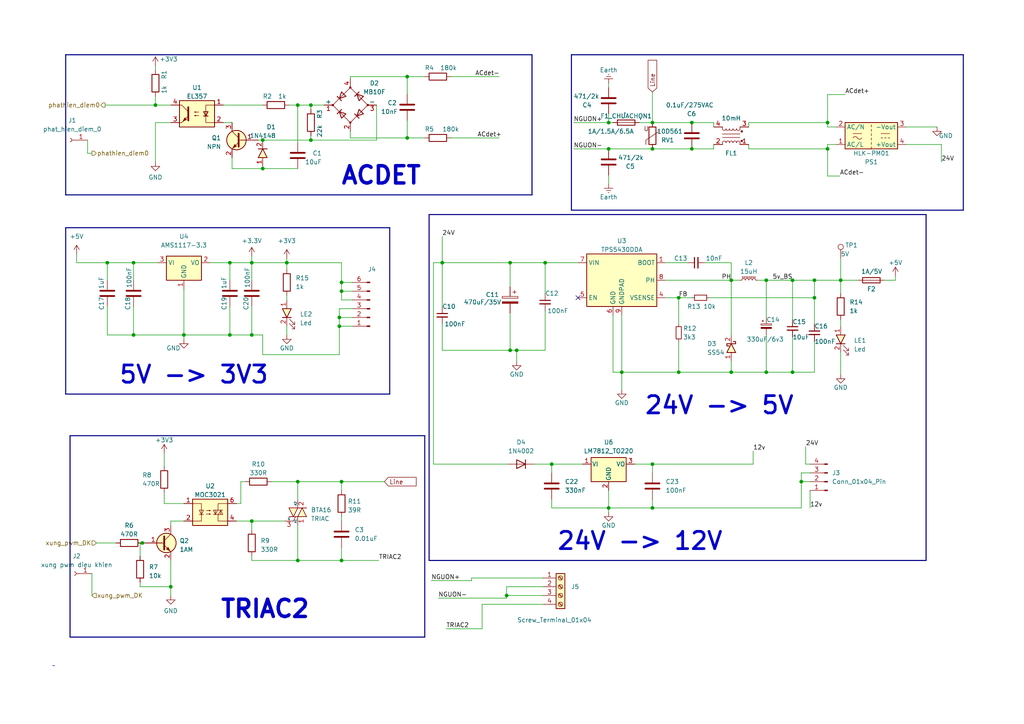
<source format=kicad_sch>
(kicad_sch (version 20230121) (generator eeschema)
  (paper "A4")
  (title_block (title "Các sơ đồ mạch hạ nguồn và Triac") (date "2024-06-25") (company "THIẾT KẾ, CHẾ TẠO BOARD MẠCH GIÁM SÁT NHIỆT ĐỘ VÀ ĐỘ ẨM CHO BUỒNG NHIỆT"))
  (lib_symbols
    (symbol "Connector:Conn_01x01_Socket" (pin_names (offset 1.016) hide)
      (property "Reference" "J" (at 0 2.54 0))
      (property "Value" "Conn_01x01_Socket" (at 0 -2.54 0))
      (symbol "Conn_01x01_Socket_1_1"
        (pin passive line (at -5.08 0 0) (length 3.81) (name "Pin_1") (number "1"))
      )
    )
    (symbol "Connector:Conn_01x04_Pin" (pin_names (offset 1.016) hide)
      (property "Reference" "J" (at 0 5.08 0))
      (property "Value" "Conn_01x04_Pin" (at 0 -7.62 0))
      (symbol "Conn_01x04_Pin_1_1"
        (pin passive line (at 5.08 2.54 180) (length 3.81) (name "Pin_1") (number "1"))
        (pin passive line (at 5.08 0 180) (length 3.81) (name "Pin_2") (number "2"))
        (pin passive line (at 5.08 -2.54 180) (length 3.81) (name "Pin_3") (number "3"))
        (pin passive line (at 5.08 -5.08 180) (length 3.81) (name "Pin_4") (number "4"))
      )
    )
    (symbol "Connector:Conn_01x06_Pin" (pin_names (offset 1.016) hide)
      (property "Reference" "J" (at 0 7.62 0))
      (property "Value" "Conn_01x06_Pin" (at 0 -10.16 0))
      (symbol "Conn_01x06_Pin_1_1"
        (pin passive line (at 5.08 5.08 180) (length 3.81) (name "Pin_1") (number "1"))
        (pin passive line (at 5.08 2.54 180) (length 3.81) (name "Pin_2") (number "2"))
        (pin passive line (at 5.08 0 180) (length 3.81) (name "Pin_3") (number "3"))
        (pin passive line (at 5.08 -2.54 180) (length 3.81) (name "Pin_4") (number "4"))
        (pin passive line (at 5.08 -5.08 180) (length 3.81) (name "Pin_5") (number "5"))
        (pin passive line (at 5.08 -7.62 180) (length 3.81) (name "Pin_6") (number "6"))
      )
    )
    (symbol "Connector:Screw_Terminal_01x04" (pin_names (offset 1.016) hide)
      (property "Reference" "J" (at 0 5.08 0))
      (property "Value" "Screw_Terminal_01x04" (at 0 -7.62 0))
      (symbol "Screw_Terminal_01x04_1_1"
        (pin passive line (at -5.08 2.54 0) (length 3.81) (name "Pin_1") (number "1"))
        (pin passive line (at -5.08 0 0) (length 3.81) (name "Pin_2") (number "2"))
        (pin passive line (at -5.08 -2.54 0) (length 3.81) (name "Pin_3") (number "3"))
        (pin passive line (at -5.08 -5.08 0) (length 3.81) (name "Pin_4") (number "4"))
      )
    )
    (symbol "Connector:TestPoint" (pin_numbers hide) (pin_names (offset 0.762) hide)
      (property "Reference" "TP" (at 0 6.858 0))
      (property "Value" "TestPoint" (at 0 5.08 0))
      (symbol "TestPoint_1_1"
        (pin passive line (at 0 0 90) (length 2.54) (name "1") (number "1"))
      )
    )
    (symbol "Converter_ACDC:HLK-PM01"
      (property "Reference" "PS" (at 0 5.08 0))
      (property "Value" "HLK-PM01" (at 0 -5.08 0))
      (symbol "HLK-PM01_1_1"
        (pin power_in line (at -10.16 2.54 0) (length 2.54) (name "AC/L") (number "1"))
        (pin power_in line (at -10.16 -2.54 0) (length 2.54) (name "AC/N") (number "2"))
        (pin power_out line (at 10.16 -2.54 180) (length 2.54) (name "-Vout") (number "3"))
        (pin power_out line (at 10.16 2.54 180) (length 2.54) (name "+Vout") (number "4"))
      )
    )
    (symbol "Device:C" (pin_numbers hide) (pin_names (offset 0.254))
      (property "Reference" "C" (at 0.635 2.54 0))
      (property "Value" "C" (at 0.635 -2.54 0))
      (symbol "C_1_1"
        (pin passive line (at 0 3.81 270) (length 2.794) (name "~") (number "1"))
        (pin passive line (at 0 -3.81 90) (length 2.794) (name "~") (number "2"))
      )
    )
    (symbol "Device:C_Polarized" (pin_numbers hide) (pin_names (offset 0.254))
      (property "Reference" "C" (at 0.635 2.54 0))
      (property "Value" "C_Polarized" (at 0.635 -2.54 0))
      (symbol "C_Polarized_1_1"
        (pin passive line (at 0 3.81 270) (length 2.794) (name "~") (number "1"))
        (pin passive line (at 0 -3.81 90) (length 2.794) (name "~") (number "2"))
      )
    )
    (symbol "Device:C_Polarized_Small" (pin_numbers hide) (pin_names (offset 0.254) hide)
      (property "Reference" "C" (at 0.254 1.778 0))
      (property "Value" "C_Polarized_Small" (at 0.254 -2.032 0))
      (symbol "C_Polarized_Small_1_1"
        (pin passive line (at 0 2.54 270) (length 1.8542) (name "~") (number "1"))
        (pin passive line (at 0 -2.54 90) (length 1.8542) (name "~") (number "2"))
      )
    )
    (symbol "Device:C_Small" (pin_numbers hide) (pin_names (offset 0.254) hide)
      (property "Reference" "C" (at 0.254 1.778 0))
      (property "Value" "C_Small" (at 0.254 -2.032 0))
      (symbol "C_Small_1_1"
        (pin passive line (at 0 2.54 270) (length 2.032) (name "~") (number "1"))
        (pin passive line (at 0 -2.54 90) (length 2.032) (name "~") (number "2"))
      )
    )
    (symbol "Device:D_Bridge_+A-A" (pin_names (offset 0))
      (property "Reference" "D" (at 2.54 6.985 0))
      (property "Value" "D_Bridge_+A-A" (at 2.54 5.08 0))
      (symbol "D_Bridge_+A-A_1_1"
        (pin passive line (at 7.62 0 180) (length 2.54) (name "+") (number "1"))
        (pin passive line (at 0 -7.62 90) (length 2.54) (name "~") (number "2"))
        (pin passive line (at -7.62 0 0) (length 2.54) (name "-") (number "3"))
        (pin passive line (at 0 7.62 270) (length 2.54) (name "~") (number "4"))
      )
    )
    (symbol "Device:Fuse" (pin_numbers hide) (pin_names (offset 0))
      (property "Reference" "F" (at 2.032 0 90))
      (property "Value" "Fuse" (at -1.905 0 90))
      (symbol "Fuse_1_1"
        (pin passive line (at 0 3.81 270) (length 1.27) (name "~") (number "1"))
        (pin passive line (at 0 -3.81 90) (length 1.27) (name "~") (number "2"))
      )
    )
    (symbol "Device:L_Ferrite_Small" (pin_numbers hide) (pin_names (offset 0.254) hide)
      (property "Reference" "L" (at 1.27 1.016 0))
      (property "Value" "L_Ferrite_Small" (at 1.27 -1.27 0))
      (symbol "L_Ferrite_Small_1_1"
        (pin passive line (at 0 2.54 270) (length 0.508) (name "~") (number "1"))
        (pin passive line (at 0 -2.54 90) (length 0.508) (name "~") (number "2"))
      )
    )
    (symbol "Device:R" (pin_numbers hide) (pin_names (offset 0))
      (property "Reference" "R" (at 2.032 0 90))
      (property "Value" "R" (at 0 0 90))
      (symbol "R_1_1"
        (pin passive line (at 0 3.81 270) (length 1.27) (name "~") (number "1"))
        (pin passive line (at 0 -3.81 90) (length 1.27) (name "~") (number "2"))
      )
    )
    (symbol "Device:R_Small" (pin_numbers hide) (pin_names (offset 0.254) hide)
      (property "Reference" "R" (at 0.762 0.508 0))
      (property "Value" "R_Small" (at 0.762 -1.016 0))
      (symbol "R_Small_1_1"
        (pin passive line (at 0 2.54 270) (length 0.762) (name "~") (number "1"))
        (pin passive line (at 0 -2.54 90) (length 0.762) (name "~") (number "2"))
      )
    )
    (symbol "Diode:1N4002" (pin_numbers hide) (pin_names hide)
      (property "Reference" "D" (at 0 2.54 0))
      (property "Value" "1N4002" (at 0 -2.54 0))
      (symbol "1N4002_1_1"
        (pin passive line (at -3.81 0 0) (length 2.54) (name "K") (number "1"))
        (pin passive line (at 3.81 0 180) (length 2.54) (name "A") (number "2"))
      )
    )
    (symbol "IVS_SYMBOLS:D_Diode"
      (property "Reference" "D" (at 0 2.54 0))
      (property "Value" "D_Diode" (at 0 -2.54 0))
      (symbol "D_Diode_1_1"
        (pin passive line (at 5.08 0 180) (length 2.54) (name "") (number "1"))
        (pin passive line (at -2.54 0 0) (length 2.54) (name "") (number "2"))
      )
    )
    (symbol "IVS_SYMBOLS:D_Schottky"
      (property "Reference" "D" (at -2.54 2.54 0))
      (property "Value" "D_Schottky" (at 0 -2.54 0))
      (symbol "D_Schottky_1_1"
        (pin passive line (at 5.08 0 180) (length 2.54) (name "") (number "1"))
        (pin passive line (at -2.54 0 0) (length 2.54) (name "") (number "2"))
      )
    )
    (symbol "IVS_SYMBOLS:Filter_EMI_LL" (pin_names (offset 0.254) hide)
      (property "Reference" "FL" (at 0 4.445 0))
      (property "Value" "Filter_EMI_LL" (at 0 -4.445 0))
      (symbol "Filter_EMI_LL_1_1"
        (pin passive line (at -5.08 2.54 0) (length 2.54) (name "1") (number "1"))
        (pin passive line (at 5.08 2.54 180) (length 2.54) (name "2") (number "2"))
        (pin passive line (at -5.08 -2.54 0) (length 2.54) (name "3") (number "3"))
        (pin passive line (at 5.08 -2.54 180) (length 2.54) (name "4") (number "4"))
      )
    )
    (symbol "IVS_SYMBOLS:Fuse" (pin_numbers hide) (pin_names (offset 0))
      (property "Reference" "F" (at 2.032 0 90))
      (property "Value" "Fuse" (at -1.905 0 90))
      (symbol "Fuse_1_1"
        (pin passive line (at 0 3.81 270) (length 1.27) (name "~") (number "1"))
        (pin passive line (at 0 -3.81 90) (length 1.27) (name "~") (number "2"))
      )
    )
    (symbol "IVS_SYMBOLS:Led"
      (property "Reference" "LE" (at 0.508 -2.794 0))
      (property "Value" "Led" (at -0.254 2.794 0))
      (symbol "Led_1_1"
        (pin passive line (at 5.08 0 180) (length 2.54) (name "") (number "1"))
        (pin passive line (at -2.54 0 0) (length 2.54) (name "") (number "2"))
      )
    )
    (symbol "IVS_SYMBOLS:NPN" (pin_names (offset 0) hide)
      (property "Reference" "Q" (at 5.08 1.905 0))
      (property "Value" "NPN" (at 5.08 0 0))
      (symbol "NPN_1_1"
        (pin input line (at -5.08 0 0) (length 5.08) (name "B") (number "1"))
        (pin passive line (at 2.54 -5.08 90) (length 2.54) (name "E") (number "2"))
        (pin passive line (at 2.54 5.08 270) (length 2.54) (name "C") (number "3"))
      )
    )
    (symbol "IVS_SYMBOLS:Triac" (pin_names (offset 0))
      (property "Reference" "D" (at 3.175 0.635 0))
      (property "Value" "TRIAC" (at 3.175 -1.27 0))
      (symbol "Triac_1_1"
        (pin passive line (at 0 -3.81 90) (length 2.54) (name "A1") (number "1"))
        (pin passive line (at 0 3.81 270) (length 2.54) (name "A2") (number "2"))
        (pin input line (at -3.81 -2.54 0) (length 2.54) (name "G") (number "3"))
      )
    )
    (symbol "IVS_SYMBOLS:Varistor" (pin_numbers hide) (pin_names (offset 0))
      (property "Reference" "RV" (at 3.175 0 90))
      (property "Value" "Varistor" (at -3.175 0 90))
      (symbol "Varistor_0_0"
        (text "U" (at -1.778 -2.032 0) (effects (font (size 1.27 1.27))))
      )
      (symbol "Varistor_1_1"
        (pin passive line (at 0 3.81 270) (length 1.27) (name "~") (number "1"))
        (pin passive line (at 0 -3.81 90) (length 1.27) (name "~") (number "2"))
      )
    )
    (symbol "Isolator:EL817" (pin_names (offset 1.016))
      (property "Reference" "U" (at -5.08 5.08 0))
      (property "Value" "EL817" (at 0 5.08 0))
      (symbol "EL817_1_1"
        (pin passive line (at -7.62 2.54 0) (length 2.54) (name "~") (number "1"))
        (pin passive line (at -7.62 -2.54 0) (length 2.54) (name "~") (number "2"))
        (pin passive line (at 7.62 -2.54 180) (length 2.54) (name "~") (number "3"))
        (pin passive line (at 7.62 2.54 180) (length 2.54) (name "~") (number "4"))
      )
    )
    (symbol "Regulator_Linear:AMS1117-3.3"
      (property "Reference" "U" (at -3.81 3.175 0))
      (property "Value" "AMS1117-3.3" (at 0 3.175 0))
      (symbol "AMS1117-3.3_1_1"
        (pin power_in line (at 0 -7.62 90) (length 2.54) (name "GND") (number "1"))
        (pin power_out line (at 7.62 0 180) (length 2.54) (name "VO") (number "2"))
        (pin power_in line (at -7.62 0 0) (length 2.54) (name "VI") (number "3"))
      )
    )
    (symbol "Regulator_Linear:LM7812_TO220" (pin_names (offset 0.254))
      (property "Reference" "U" (at -3.81 3.175 0))
      (property "Value" "LM7812_TO220" (at 0 3.175 0))
      (symbol "LM7812_TO220_1_1"
        (pin power_in line (at -7.62 0 0) (length 2.54) (name "VI") (number "1"))
        (pin power_in line (at 0 -7.62 90) (length 2.54) (name "GND") (number "2"))
        (pin power_out line (at 7.62 0 180) (length 2.54) (name "VO") (number "3"))
      )
    )
    (symbol "Regulator_Switching:TPS5430DDA"
      (property "Reference" "U" (at -10.16 8.89 0))
      (property "Value" "TPS5430DDA" (at -1.27 8.89 0))
      (symbol "TPS5430DDA_1_1"
        (pin input line (at 12.7 5.08 180) (length 2.54) (name "BOOT") (number "1"))
        (pin no_connect line (at -10.16 2.54 0) (length 2.54) hide (name "NC") (number "2"))
        (pin no_connect line (at -10.16 -2.54 0) (length 2.54) hide (name "NC") (number "3"))
        (pin input line (at 12.7 -5.08 180) (length 2.54) (name "VSENSE") (number "4"))
        (pin input line (at -12.7 -5.08 0) (length 2.54) (name "EN") (number "5"))
        (pin power_in line (at -2.54 -10.16 90) (length 2.54) (name "GND") (number "6"))
        (pin power_in line (at -12.7 5.08 0) (length 2.54) (name "VIN") (number "7"))
        (pin output line (at 12.7 0 180) (length 2.54) (name "PH") (number "8"))
        (pin power_in line (at 0 -10.16 90) (length 2.54) (name "GNDPAD") (number "9"))
      )
    )
    (symbol "Relay_SolidState:MOC3020M"
      (property "Reference" "U" (at -5.334 4.826 0))
      (property "Value" "MOC3020M" (at 0 5.08 0))
      (symbol "MOC3020M_1_1"
        (pin passive line (at -7.62 2.54 0) (length 2.54) (name "~") (number "1"))
        (pin passive line (at -7.62 -2.54 0) (length 2.54) (name "~") (number "2"))
        (pin no_connect line (at -5.08 0 0) (length 2.54) hide (name "NC") (number "3"))
        (pin passive line (at 7.62 -2.54 180) (length 2.54) (name "~") (number "4"))
        (pin no_connect line (at 5.08 0 180) (length 2.54) hide (name "NC") (number "5"))
        (pin passive line (at 7.62 2.54 180) (length 2.54) (name "~") (number "6"))
      )
    )
    (symbol "power:+3.3V" (power) (pin_names (offset 0))
      (property "Value" "+3.3V" (at 0 3.556 0))
      (symbol "+3.3V_1_1"
        (pin power_in line (at 0 0 90) (length 0) hide (name "+3.3V") (number "1"))
      )
    )
    (symbol "power:+3V3" (power) (pin_names (offset 0))
      (property "Value" "+3V3" (at 0 3.556 0))
      (symbol "+3V3_1_1"
        (pin power_in line (at 0 0 90) (length 0) hide (name "+3V3") (number "1"))
      )
    )
    (symbol "power:+5V" (power) (pin_names (offset 0))
      (property "Value" "+5V" (at 0 3.556 0))
      (symbol "+5V_1_1"
        (pin power_in line (at 0 0 90) (length 0) hide (name "+5V") (number "1"))
      )
    )
    (symbol "power:Earth" (power) (pin_names (offset 0))
      (symbol "Earth_1_1"
        (pin power_in line (at 0 0 270) (length 0) hide (name "Earth") (number "1"))
      )
    )
    (symbol "power:GND" (power) (pin_names (offset 0))
      (property "Value" "GND" (at 0 -3.81 0))
      (symbol "GND_1_1"
        (pin power_in line (at 0 0 270) (length 0) hide (name "GND") (number "1"))
      )
    )
  )
  (junction (at 196.85 107.95))
  (junction (at 236.22 86.36))
  (junction (at 147.955 76.2))
  (junction (at 66.675 97.155))
  (junction (at 38.735 97.155))
  (junction (at 176.53 35.56))
  (junction (at 73.025 97.155))
  (junction (at 41.275 157.48))
  (junction (at 73.025 76.2))
  (junction (at 212.09 107.95))
  (junction (at 240.03 43.18))
  (junction (at 99.06 84.455))
  (junction (at 189.23 43.18))
  (junction (at 189.23 35.56))
  (junction (at 90.17 30.48))
  (junction (at 189.23 147.32))
  (junction (at 146.939 172.72))
  (junction (at 83.185 76.2))
  (junction (at 232.41 139.7))
  (junction (at 86.36 162.56))
  (junction (at 53.34 97.155))
  (junction (at 99.06 81.915))
  (junction (at 99.06 162.56))
  (junction (at 118.11 40.005))
  (junction (at 196.85 86.36))
  (junction (at 176.53 43.18))
  (junction (at 222.25 107.95))
  (junction (at 76.2 40.64))
  (junction (at 98.425 92.075))
  (junction (at 31.115 76.2))
  (junction (at 98.425 94.615))
  (junction (at 45.085 30.48))
  (junction (at 73.025 151.13))
  (junction (at 147.955 101.6))
  (junction (at 243.84 81.28))
  (junction (at 180.34 107.95))
  (junction (at 66.675 76.2))
  (junction (at 118.11 22.225))
  (junction (at 189.23 134.62))
  (junction (at 90.17 40.64))
  (junction (at 99.06 139.7))
  (junction (at 240.03 35.56))
  (junction (at 222.25 81.28))
  (junction (at 236.22 81.28))
  (junction (at 149.86 101.6))
  (junction (at 76.2 48.895))
  (junction (at 229.87 107.95))
  (junction (at 200.66 43.18))
  (junction (at 158.115 76.2))
  (junction (at 229.87 81.28))
  (junction (at 86.36 30.48))
  (junction (at 128.27 76.2))
  (junction (at 200.66 35.56))
  (junction (at 49.53 170.18))
  (junction (at 38.735 76.2))
  (junction (at 86.36 139.7))
  (junction (at 160.02 134.62))
  (junction (at 212.09 81.28))
  (junction (at 176.53 147.32))
  (no_connect (at 167.64 86.36))
  (wire (pts (xy 189.23 147.32) (xy 232.41 147.32)))
  (wire (pts (xy 125.73 134.62) (xy 125.73 76.2)))
  (wire (pts (xy 76.2 97.155) (xy 73.025 97.155)))
  (wire (pts (xy 147.955 101.6) (xy 149.86 101.6)))
  (wire (pts (xy 207.01 41.91) (xy 207.01 43.18)))
  (wire (pts (xy 212.09 104.775) (xy 212.09 107.95)))
  (wire (pts (xy 176.53 142.24) (xy 176.53 147.32)))
  (wire (pts (xy 217.17 35.56) (xy 240.03 35.56)))
  (wire (pts (xy 217.17 43.18) (xy 240.03 43.18)))
  (wire (pts (xy 232.41 137.16) (xy 232.41 139.7)))
  (wire (pts (xy 127.127 173.482) (xy 146.939 173.482)))
  (wire (pts (xy 47.625 146.05) (xy 53.34 146.05)))
  (wire (pts (xy 68.58 151.13) (xy 73.025 151.13)))
  (wire (pts (xy 83.185 85.725) (xy 83.185 86.995)))
  (wire (pts (xy 160.02 147.32) (xy 160.02 144.78)))
  (wire (pts (xy 176.53 35.56) (xy 177.8 35.56)))
  (wire (pts (xy 49.53 151.13) (xy 49.53 152.4)))
  (wire (pts (xy 53.34 83.82) (xy 53.34 97.155)))
  (wire (pts (xy 128.27 76.2) (xy 128.27 88.9)))
  (bus (pts (xy 123.19 126.365) (xy 123.19 184.785)))
  (wire (pts (xy 160.02 134.62) (xy 160.02 137.16)))
  (wire (pts (xy 69.85 146.05) (xy 68.58 146.05)))
  (wire (pts (xy 118.11 34.925) (xy 118.11 40.005)))
  (wire (pts (xy 125.73 134.62) (xy 147.32 134.62)))
  (wire (pts (xy 196.85 99.06) (xy 196.85 107.95)))
  (wire (pts (xy 259.715 80.01) (xy 259.715 81.28)))
  (wire (pts (xy 98.425 89.535) (xy 98.425 92.075)))
  (wire (pts (xy 129.413 182.372) (xy 139.827 182.372)))
  (wire (pts (xy 101.6 22.225) (xy 101.6 22.86)))
  (wire (pts (xy 49.53 170.18) (xy 49.53 172.72)))
  (wire (pts (xy 176.53 147.32) (xy 160.02 147.32)))
  (wire (pts (xy 101.6 22.225) (xy 118.11 22.225)))
  (wire (pts (xy 243.84 81.28) (xy 243.84 85.09)))
  (wire (pts (xy 76.2 102.87) (xy 76.2 97.155)))
  (wire (pts (xy 31.115 76.2) (xy 31.115 81.28)))
  (wire (pts (xy 189.23 147.32) (xy 176.53 147.32)))
  (wire (pts (xy 256.54 81.28) (xy 259.715 81.28)))
  (wire (pts (xy 196.85 86.36) (xy 196.85 93.98)))
  (bus (pts (xy 19.05 66.04) (xy 19.05 114.3)))
  (wire (pts (xy 139.827 182.372) (xy 139.827 175.26)))
  (wire (pts (xy 189.23 134.62) (xy 218.44 134.62)))
  (wire (pts (xy 99.06 139.7) (xy 111.506 139.7)))
  (wire (pts (xy 149.86 101.6) (xy 149.86 104.775)))
  (wire (pts (xy 176.53 43.18) (xy 189.23 43.18)))
  (bus (pts (xy 154.305 15.875) (xy 19.05 15.875)))
  (wire (pts (xy 99.06 86.995) (xy 99.06 84.455)))
  (bus (pts (xy 154.305 56.515) (xy 154.305 15.875)))
  (wire (pts (xy 160.02 134.62) (xy 168.91 134.62)))
  (wire (pts (xy 26.67 166.37) (xy 26.67 172.72)))
  (wire (pts (xy 212.09 107.95) (xy 196.85 107.95)))
  (bus (pts (xy 123.19 184.785) (xy 20.32 184.785)))
  (bus (pts (xy 124.46 62.23) (xy 268.605 62.23)))
  (wire (pts (xy 180.34 91.44) (xy 180.34 107.95)))
  (wire (pts (xy 243.84 102.235) (xy 243.84 108.585)))
  (wire (pts (xy 154.94 134.62) (xy 160.02 134.62)))
  (wire (pts (xy 240.03 51.054) (xy 243.586 51.054)))
  (wire (pts (xy 40.64 170.18) (xy 49.53 170.18)))
  (wire (pts (xy 236.22 81.28) (xy 236.22 86.36)))
  (bus (pts (xy 19.05 56.515) (xy 154.305 56.515)))
  (bus (pts (xy 20.32 126.365) (xy 20.32 184.785)))
  (wire (pts (xy 86.36 162.56) (xy 99.06 162.56)))
  (wire (pts (xy 45.085 27.94) (xy 45.085 30.48)))
  (wire (pts (xy 234.95 142.24) (xy 234.95 147.32)))
  (wire (pts (xy 86.36 139.7) (xy 99.06 139.7)))
  (bus (pts (xy 113.03 114.3) (xy 113.03 66.04)))
  (wire (pts (xy 146.939 170.18) (xy 157.48 170.18)))
  (wire (pts (xy 30.48 30.48) (xy 45.085 30.48)))
  (bus (pts (xy 279.4 60.96) (xy 279.4 15.875)))
  (wire (pts (xy 222.25 107.95) (xy 212.09 107.95)))
  (wire (pts (xy 240.03 41.91) (xy 242.57 41.91)))
  (wire (pts (xy 102.235 86.995) (xy 99.06 86.995)))
  (wire (pts (xy 240.03 35.56) (xy 240.03 27.432)))
  (wire (pts (xy 47.625 142.875) (xy 47.625 146.05)))
  (wire (pts (xy 40.64 161.29) (xy 40.64 157.48)))
  (wire (pts (xy 189.23 144.78) (xy 189.23 147.32)))
  (wire (pts (xy 49.53 35.56) (xy 45.085 35.56)))
  (wire (pts (xy 78.74 139.7) (xy 86.36 139.7)))
  (wire (pts (xy 26.67 44.45) (xy 25.4 44.45)))
  (wire (pts (xy 73.025 74.295) (xy 73.025 76.2)))
  (wire (pts (xy 99.06 162.56) (xy 109.855 162.56)))
  (wire (pts (xy 177.8 91.44) (xy 177.8 107.95)))
  (wire (pts (xy 157.48 167.64) (xy 136.779 167.64)))
  (wire (pts (xy 176.53 33.02) (xy 176.53 35.56)))
  (wire (pts (xy 232.41 139.7) (xy 232.41 147.32)))
  (wire (pts (xy 158.115 76.2) (xy 167.64 76.2)))
  (wire (pts (xy 38.735 88.9) (xy 38.735 97.155)))
  (wire (pts (xy 83.185 74.93) (xy 83.185 76.2)))
  (wire (pts (xy 217.17 36.83) (xy 217.17 35.56)))
  (wire (pts (xy 86.36 48.895) (xy 76.2 48.895)))
  (wire (pts (xy 146.939 170.18) (xy 146.939 172.72)))
  (wire (pts (xy 101.6 38.1) (xy 101.6 40.005)))
  (wire (pts (xy 236.22 86.36) (xy 236.22 93.98)))
  (wire (pts (xy 200.66 35.56) (xy 207.01 35.56)))
  (wire (pts (xy 53.34 97.155) (xy 53.34 98.425)))
  (wire (pts (xy 90.17 30.48) (xy 90.17 31.75)))
  (wire (pts (xy 176.53 24.13) (xy 176.53 25.4)))
  (wire (pts (xy 212.09 76.2) (xy 204.47 76.2)))
  (wire (pts (xy 240.03 35.56) (xy 240.03 36.83)))
  (wire (pts (xy 73.025 76.2) (xy 73.025 81.28)))
  (wire (pts (xy 66.675 76.2) (xy 66.675 81.28)))
  (wire (pts (xy 180.34 107.95) (xy 180.34 113.03)))
  (wire (pts (xy 236.22 99.06) (xy 236.22 107.95)))
  (wire (pts (xy 38.735 97.155) (xy 53.34 97.155)))
  (wire (pts (xy 31.115 76.2) (xy 38.735 76.2)))
  (wire (pts (xy 86.36 30.48) (xy 83.82 30.48)))
  (wire (pts (xy 180.34 107.95) (xy 196.85 107.95)))
  (wire (pts (xy 177.8 107.95) (xy 180.34 107.95)))
  (wire (pts (xy 66.675 76.2) (xy 73.025 76.2)))
  (wire (pts (xy 99.06 149.86) (xy 99.06 151.13)))
  (wire (pts (xy 176.53 148.59) (xy 176.53 147.32)))
  (wire (pts (xy 93.98 30.48) (xy 90.17 30.48)))
  (bus (pts (xy 19.05 66.04) (xy 113.03 66.04)))
  (wire (pts (xy 99.06 139.7) (xy 99.06 142.24)))
  (wire (pts (xy 136.779 167.64) (xy 136.779 168.402)))
  (wire (pts (xy 189.23 26.67) (xy 189.23 35.56)))
  (wire (pts (xy 98.425 102.87) (xy 76.2 102.87)))
  (wire (pts (xy 99.06 81.915) (xy 99.06 76.2)))
  (wire (pts (xy 86.36 41.275) (xy 86.36 30.48)))
  (bus (pts (xy 19.05 15.875) (xy 19.05 56.515)))
  (wire (pts (xy 229.87 97.79) (xy 229.87 107.95)))
  (wire (pts (xy 25.4 44.45) (xy 25.4 40.64)))
  (bus (pts (xy 165.735 15.875) (xy 165.735 60.96)))
  (wire (pts (xy 222.25 81.28) (xy 229.87 81.28)))
  (wire (pts (xy 243.84 92.71) (xy 243.84 94.615)))
  (wire (pts (xy 45.085 35.56) (xy 45.085 46.99)))
  (wire (pts (xy 233.68 129.54) (xy 233.68 134.62)))
  (wire (pts (xy 118.11 27.305) (xy 118.11 22.225)))
  (wire (pts (xy 99.06 76.2) (xy 83.185 76.2)))
  (wire (pts (xy 90.17 39.37) (xy 90.17 40.64)))
  (wire (pts (xy 47.625 135.255) (xy 47.625 131.445)))
  (wire (pts (xy 27.94 157.48) (xy 33.655 157.48)))
  (wire (pts (xy 243.84 81.28) (xy 248.92 81.28)))
  (wire (pts (xy 218.44 130.81) (xy 218.44 134.62)))
  (wire (pts (xy 40.64 157.48) (xy 41.275 157.48)))
  (wire (pts (xy 45.085 30.48) (xy 49.53 30.48)))
  (wire (pts (xy 123.19 22.225) (xy 118.11 22.225)))
  (wire (pts (xy 184.15 134.62) (xy 189.23 134.62)))
  (bus (pts (xy 165.735 60.96) (xy 279.4 60.96)))
  (wire (pts (xy 222.25 97.155) (xy 222.25 107.95)))
  (wire (pts (xy 185.42 35.56) (xy 189.23 35.56)))
  (polyline (pts (xy 15.24 193.04) (xy 15.875 193.04)))
  (wire (pts (xy 66.675 88.9) (xy 66.675 97.155)))
  (wire (pts (xy 41.275 157.48) (xy 41.91 157.48)))
  (wire (pts (xy 22.225 76.2) (xy 31.115 76.2)))
  (wire (pts (xy 73.025 151.13) (xy 82.55 151.13)))
  (wire (pts (xy 128.27 76.2) (xy 147.955 76.2)))
  (wire (pts (xy 273.05 41.91) (xy 273.05 46.99)))
  (wire (pts (xy 102.235 81.915) (xy 99.06 81.915)))
  (wire (pts (xy 69.85 139.7) (xy 69.85 146.05)))
  (wire (pts (xy 128.27 68.58) (xy 128.27 76.2)))
  (wire (pts (xy 73.025 76.2) (xy 83.185 76.2)))
  (wire (pts (xy 243.84 74.93) (xy 243.84 81.28)))
  (wire (pts (xy 118.11 40.005) (xy 123.19 40.005)))
  (bus (pts (xy 20.32 126.365) (xy 123.19 126.365)))
  (wire (pts (xy 31.115 97.155) (xy 38.735 97.155)))
  (wire (pts (xy 98.425 94.615) (xy 98.425 102.87)))
  (wire (pts (xy 130.81 22.225) (xy 144.78 22.225)))
  (wire (pts (xy 67.31 48.895) (xy 76.2 48.895)))
  (wire (pts (xy 83.185 94.615) (xy 83.185 97.155)))
  (wire (pts (xy 76.2 48.895) (xy 76.2 48.26)))
  (wire (pts (xy 90.17 40.64) (xy 76.2 40.64)))
  (wire (pts (xy 193.04 81.28) (xy 212.09 81.28)))
  (wire (pts (xy 200.66 43.18) (xy 207.01 43.18)))
  (wire (pts (xy 147.955 76.2) (xy 158.115 76.2)))
  (wire (pts (xy 102.235 94.615) (xy 98.425 94.615)))
  (wire (pts (xy 98.425 92.075) (xy 98.425 94.615)))
  (wire (pts (xy 130.81 40.005) (xy 144.78 40.005)))
  (wire (pts (xy 193.04 86.36) (xy 196.85 86.36)))
  (wire (pts (xy 90.17 30.48) (xy 86.36 30.48)))
  (wire (pts (xy 73.025 88.9) (xy 73.025 97.155)))
  (wire (pts (xy 73.025 162.56) (xy 86.36 162.56)))
  (wire (pts (xy 207.01 35.56) (xy 207.01 36.83)))
  (wire (pts (xy 240.03 43.18) (xy 240.03 51.054)))
  (wire (pts (xy 212.09 81.28) (xy 212.09 97.155)))
  (wire (pts (xy 240.03 36.83) (xy 242.57 36.83)))
  (wire (pts (xy 229.87 81.28) (xy 229.87 92.71)))
  (wire (pts (xy 158.115 76.2) (xy 158.115 85.09)))
  (wire (pts (xy 166.37 43.18) (xy 176.53 43.18)))
  (wire (pts (xy 176.53 50.8) (xy 176.53 53.34)))
  (wire (pts (xy 214.63 81.28) (xy 212.09 81.28)))
  (wire (pts (xy 31.115 88.9) (xy 31.115 97.155)))
  (wire (pts (xy 102.235 89.535) (xy 98.425 89.535)))
  (wire (pts (xy 76.2 30.48) (xy 64.77 30.48)))
  (wire (pts (xy 128.27 93.98) (xy 128.27 101.6)))
  (wire (pts (xy 83.185 78.105) (xy 83.185 76.2)))
  (wire (pts (xy 229.87 81.28) (xy 236.22 81.28)))
  (wire (pts (xy 49.53 162.56) (xy 49.53 170.18)))
  (wire (pts (xy 193.04 76.2) (xy 199.39 76.2)))
  (wire (pts (xy 60.96 76.2) (xy 66.675 76.2)))
  (wire (pts (xy 53.34 151.13) (xy 49.53 151.13)))
  (wire (pts (xy 73.025 151.13) (xy 73.025 153.67)))
  (wire (pts (xy 222.25 81.28) (xy 222.25 92.075)))
  (wire (pts (xy 109.22 30.48) (xy 109.22 40.64)))
  (wire (pts (xy 76.2 40.64) (xy 74.93 40.64)))
  (bus (pts (xy 165.735 15.875) (xy 279.4 15.875)))
  (wire (pts (xy 166.37 35.56) (xy 176.53 35.56)))
  (wire (pts (xy 240.03 27.432) (xy 245.11 27.432)))
  (wire (pts (xy 189.23 43.18) (xy 200.66 43.18)))
  (wire (pts (xy 125.73 76.2) (xy 128.27 76.2)))
  (wire (pts (xy 40.64 168.91) (xy 40.64 170.18)))
  (wire (pts (xy 240.03 43.18) (xy 240.03 41.91)))
  (wire (pts (xy 66.675 97.155) (xy 53.34 97.155)))
  (wire (pts (xy 101.6 40.005) (xy 118.11 40.005)))
  (wire (pts (xy 86.36 139.7) (xy 86.36 144.78)))
  (wire (pts (xy 125.095 168.402) (xy 136.779 168.402)))
  (wire (pts (xy 73.025 161.29) (xy 73.025 162.56)))
  (bus (pts (xy 124.46 162.56) (xy 268.605 162.56)))
  (wire (pts (xy 102.235 84.455) (xy 99.06 84.455)))
  (wire (pts (xy 69.85 139.7) (xy 71.12 139.7)))
  (wire (pts (xy 67.31 45.72) (xy 67.31 48.895)))
  (wire (pts (xy 149.86 101.6) (xy 158.115 101.6)))
  (wire (pts (xy 233.68 134.62) (xy 234.95 134.62)))
  (wire (pts (xy 99.06 84.455) (xy 99.06 81.915)))
  (bus (pts (xy 124.46 62.23) (xy 124.46 162.56)))
  (wire (pts (xy 64.77 35.56) (xy 67.31 35.56)))
  (wire (pts (xy 147.955 90.805) (xy 147.955 101.6)))
  (wire (pts (xy 262.89 41.91) (xy 273.05 41.91)))
  (wire (pts (xy 22.225 73.66) (xy 22.225 76.2)))
  (wire (pts (xy 196.85 86.36) (xy 200.66 86.36)))
  (wire (pts (xy 262.89 36.83) (xy 271.78 36.83)))
  (wire (pts (xy 102.235 92.075) (xy 98.425 92.075)))
  (wire (pts (xy 189.23 134.62) (xy 189.23 137.16)))
  (wire (pts (xy 73.025 97.155) (xy 66.675 97.155)))
  (wire (pts (xy 146.939 173.482) (xy 146.939 172.72)))
  (bus (pts (xy 268.605 62.23) (xy 268.605 162.56)))
  (wire (pts (xy 86.36 152.4) (xy 86.36 162.56)))
  (bus (pts (xy 19.05 114.3) (xy 113.03 114.3)))
  (wire (pts (xy 205.74 86.36) (xy 236.22 86.36)))
  (wire (pts (xy 99.06 158.75) (xy 99.06 162.56)))
  (wire (pts (xy 146.939 172.72) (xy 157.48 172.72)))
  (wire (pts (xy 139.827 175.26) (xy 157.48 175.26)))
  (wire (pts (xy 232.41 137.16) (xy 234.95 137.16)))
  (wire (pts (xy 229.87 107.95) (xy 236.22 107.95)))
  (wire (pts (xy 232.41 139.7) (xy 234.95 139.7)))
  (wire (pts (xy 222.25 81.28) (xy 219.71 81.28)))
  (wire (pts (xy 45.085 19.05) (xy 45.085 20.32)))
  (wire (pts (xy 147.955 76.2) (xy 147.955 83.185)))
  (wire (pts (xy 38.735 76.2) (xy 45.72 76.2)))
  (wire (pts (xy 90.17 40.64) (xy 109.22 40.64)))
  (wire (pts (xy 236.22 81.28) (xy 243.84 81.28)))
  (wire (pts (xy 158.115 90.17) (xy 158.115 101.6)))
  (wire (pts (xy 38.735 76.2) (xy 38.735 81.28)))
  (wire (pts (xy 222.25 107.95) (xy 229.87 107.95)))
  (wire (pts (xy 212.09 81.28) (xy 212.09 76.2)))
  (wire (pts (xy 189.23 35.56) (xy 200.66 35.56)))
  (wire (pts (xy 217.17 41.91) (xy 217.17 43.18)))
  (wire (pts (xy 128.27 101.6) (xy 147.955 101.6)))
  (text "ACDET" (at 122.555 53.975 0) (effects (font (size 5 5) bold) (justify right bottom)))
  (text "5V -> 3V3\n" (at 34.29 111.76 0) (effects (font (size 5 5) (thickness 0.8) bold) (justify left bottom)))
  (text "24V -> 5V " (at 186.69 120.65 0) (effects (font (size 5 5) (thickness 0.8) bold) (justify left bottom)))
  (text "24V -> 12V " (at 161.29 160.02 0) (effects (font (size 5 5) (thickness 0.8) bold) (justify left bottom)))
  (text "TRIAC2" (at 90.17 179.705 0) (effects (font (size 5 5) bold) (justify right bottom)))
  (label "24V" (at 128.27 68.58 0))
  (label "24V" (at 273.05 46.99 0))
  (label "ACdet+" (at 138.43 40.005 0))
  (label "12v" (at 218.44 130.81 0))
  (label "5v_BS" (at 229.87 81.28 180))
  (label "NGUON+" (at 125.095 168.402 0))
  (label "TRIAC2" (at 129.413 182.372 0))
  (label "TRIAC2" (at 109.855 162.56 0))
  (label "NGUON-" (at 166.37 43.18 0))
  (label "24V" (at 233.68 129.54 0))
  (label "12v" (at 234.95 147.32 0))
  (label "NGUON+" (at 166.37 35.56 0))
  (label "ACdet-" (at 137.795 22.225 0))
  (label "PH" (at 212.09 81.28 180))
  (label "NGUON-" (at 127.127 173.482 0))
  (label "FB" (at 196.85 86.36 0))
  (label "ACdet-" (at 243.586 51.054 0))
  (label "ACdet+" (at 245.11 27.432 0))
  (global_label "Line   " (shape input) (at 111.506 139.7 0) (property "Intersheetrefs" "${INTERSHEET_REFS}" (effects hide)))
  (global_label "Line   " (shape input) (at 189.23 26.67 90) (property "Intersheetrefs" "${INTERSHEET_REFS}" (effects hide)))
  (hierarchical_label "phathien_diem0" (shape output) (at 30.48 30.48 180))
  (hierarchical_label "phathien_diem0" (shape output) (at 26.67 44.45 0))
  (hierarchical_label "xung_pwm_DK" (shape input) (at 27.94 157.48 180))
  (hierarchical_label "xung_pwm_DK" (shape input) (at 26.67 172.72 0))
  (symbol (lib_id "power:GND") (at 45.085 46.99 0) (mirror y) (unit 1)
    (property "Reference" "#PWR02" (effects hide))
    (property "Value" "GND" (at 45.085 51.435 0))
  )
  (symbol (lib_id "Device:C") (at 31.115 85.09 180) (unit 1)
    (property "Reference" "C17" (at 29.456 86.0801 90) (effects (justify left)))
    (property "Value" "1uF" (at 29.4149 80.204 90) (effects (justify left)))
    (property "Footprint" "IVS_FOOTPRINTS:C_0603" (effects hide))
  )
  (symbol (lib_id "Device:C_Small") (at 236.22 96.52 0) (unit 1)
    (property "Reference" "C16" (at 236.22 94.615 0) (effects (justify left)))
    (property "Value" "100nF" (at 236.22 99.06 0) (effects (justify left)))
    (property "Footprint" "IVS_FOOTPRINTS:C_0603" (effects hide))
  )
  (symbol (lib_id "Device:R") (at 40.64 165.1 180) (unit 1)
    (property "Reference" "R7" (at 43.18 164.465 0) (effects (justify right)))
    (property "Value" "10k" (at 43.18 167.005 0) (effects (justify right)))
    (property "Footprint" "IVS_FOOTPRINTS:R_0603" (effects hide))
  )
  (symbol (lib_id "Device:R") (at 243.84 88.9 0) (unit 1)
    (property "Reference" "R14" (at 246.38 87.6299 0) (effects (justify left)))
    (property "Value" "1k" (at 246.38 90.1699 0) (effects (justify left)))
    (property "Footprint" "IVS_FOOTPRINTS:R_0603" (effects hide))
  )
  (symbol (lib_id "power:+3.3V") (at 73.025 74.295 0) (unit 1)
    (property "Reference" "#PWR018" (effects hide))
    (property "Value" "+3.3V" (at 73.025 69.85 0))
  )
  (symbol (lib_id "power:+3V3") (at 45.085 19.05 0) (mirror y) (unit 1)
    (property "Reference" "#PWR01" (effects hide))
    (property "Value" "+3V3" (at 48.895 17.145 0))
  )
  (symbol (lib_id "IVS_SYMBOLS:Filter_EMI_LL") (at 212.09 39.37 180) (unit 1)
    (property "Reference" "FL1" (at 212.09 44.45 0))
    (property "Value" "10mH" (at 212.09 34.29 0))
    (property "Footprint" "IVS_FOOTPRINTS:ACFilterChoke-UU9.8" (effects hide))
  )
  (symbol (lib_id "Connector:Conn_01x06_Pin") (at 107.315 89.535 180) (unit 1)
    (property "Reference" "J4" (at 106.68 78.105 0) (effects (justify right)))
    (property "Value" "Conn_01x06_Pin" (effects hide))
    (property "Footprint" "Connector_PinHeader_2.54mm:PinHeader_1x06_P2.54mm_Vertical" (effects hide))
  )
  (symbol (lib_id "Device:C") (at 73.025 85.09 180) (unit 1)
    (property "Reference" "C20" (at 71.366 86.0801 90) (effects (justify left)))
    (property "Value" "100nF" (at 71.755 77.47 90) (effects (justify left)))
    (property "Footprint" "IVS_FOOTPRINTS:C_0603" (effects hide))
  )
  (symbol (lib_id "Device:R_Small") (at 196.85 96.52 0) (unit 1)
    (property "Reference" "R12" (at 198.12 95.25 0) (effects (justify left)))
    (property "Value" "3k3" (at 198.12 97.79 0) (effects (justify left)))
    (property "Footprint" "IVS_FOOTPRINTS:R_0603" (effects hide))
  )
  (symbol (lib_id "Device:R") (at 127 40.005 90) (unit 1)
    (property "Reference" "R5" (at 123.19 37.465 90) (effects (justify right)))
    (property "Value" "180k" (at 128.27 37.465 90) (effects (justify right)))
    (property "Footprint" "IVS_FOOTPRINTS:R_0805" (effects hide))
  )
  (symbol (lib_id "Device:L_Ferrite_Small") (at 217.17 81.28 90) (unit 1)
    (property "Reference" "L2" (at 217.17 76.2 90))
    (property "Value" "15uH" (at 217.17 78.74 90))
    (property "Footprint" "IVS_FOOTPRINTS:L_6.6x6.6" (effects hide))
    (property "Supply" "https://www.mouser.com/ProductDetail/Bourns/SRP6030WA-150M?qs=9vOqFld9vZWWkuqZFEKBTA%3D%3D" (effects hide))
  )
  (symbol (lib_id "Device:R_Small") (at 203.2 86.36 90) (unit 1)
    (property "Reference" "R13" (at 203.2 88.9 90) (effects (justify left)))
    (property "Value" "10k" (at 207.645 88.9 90) (effects (justify left)))
    (property "Footprint" "IVS_FOOTPRINTS:R_0603" (effects hide))
  )
  (symbol (lib_id "power:GND") (at 180.34 113.03 0) (unit 1)
    (property "Reference" "#PWR013" (effects hide))
    (property "Value" "GND" (at 180.34 116.84 0))
  )
  (symbol (lib_id "Device:R") (at 45.085 24.13 0) (unit 1)
    (property "Reference" "R1" (at 47.625 20.32 90) (effects (justify right)))
    (property "Value" "1k" (at 47.625 24.765 90) (effects (justify right)))
    (property "Footprint" "IVS_FOOTPRINTS:R_0603" (effects hide))
  )
  (symbol (lib_id "IVS_SYMBOLS:Triac") (at 86.36 148.59 0) (unit 1)
    (property "Reference" "BTA16" (at 90.17 147.9042 0) (effects (justify left)))
    (property "Value" "TRIAC" (at 90.17 150.4442 0) (effects (justify left)))
    (property "Footprint" "IVS_FOOTPRINTS:TO-220-3_Vertical_heatsink_cutBoard" (effects hide))
    (property "Datasheet" "https://www.st.com/resource/en/datasheet/bta12.pdf" (effects hide))
  )
  (symbol (lib_id "Regulator_Switching:TPS5430DDA") (at 180.34 81.28 0) (unit 1)
    (property "Reference" "U3" (at 180.34 69.85 0))
    (property "Value" "TPS5430DDA" (at 180.34 72.39 0))
    (property "Footprint" "IVS_FOOTPRINTS:SOIC8E(EXPOSED PAD)" (effects hide))
    (property "Datasheet" "http://www.ti.com/lit/ds/symlink/tps5430.pdf" (effects hide))
  )
  (symbol (lib_id "Device:C") (at 38.735 85.09 180) (unit 1)
    (property "Reference" "C18" (at 37.076 86.0801 90) (effects (justify left)))
    (property "Value" "100nF" (at 37.465 77.47 90) (effects (justify left)))
    (property "Footprint" "IVS_FOOTPRINTS:C_0603" (effects hide))
  )
  (symbol (lib_id "Device:R") (at 99.06 146.05 0) (unit 1)
    (property "Reference" "R11" (at 104.775 145.415 0) (effects (justify right)))
    (property "Value" "39R" (at 104.775 147.955 0) (effects (justify right)))
    (property "Footprint" "Resistor_THT:R_Axial_DIN0414_L11.9mm_D4.5mm_P5.08mm_Vertical" (effects hide))
  )
  (symbol (lib_id "IVS_SYMBOLS:Varistor") (at 189.23 39.37 0) (mirror x) (unit 1)
    (property "Reference" "RV1" (at 191.77 40.64 0) (effects (justify left)))
    (property "Value" "10D561" (at 190.5 38.1 0) (effects (justify left)))
    (property "Footprint" "IVS_FOOTPRINTS:Varistor-RV-Disc-D12mm-W3.9mm-P7.5mm" (effects hide))
    (property "Sim.Name" "kicad_builtin_varistor" (effects hide))
    (property "Sim.Device" "SUBCKT" (effects hide))
    (property "Sim.Pins" "1=A 2=B" (effects hide))
    (property "Sim.Params" "threshold=1k" (effects hide))
    (property "Sim.Library" "${KICAD7_SYMBOL_DIR}/Simulation_SPICE.sp" (effects hide))
  )
  (symbol (lib_id "Connector:Conn_01x01_Socket") (at 21.59 166.37 180) (unit 1)
    (property "Reference" "J2" (at 22.225 161.29 0))
    (property "Value" "xung pwm dieu khien" (at 22.225 163.83 0))
    (property "Footprint" "Connector_PinHeader_2.54mm:PinHeader_1x01_P2.54mm_Vertical" (effects hide))
  )
  (symbol (lib_id "Diode:1N4002") (at 151.13 134.62 180) (unit 1)
    (property "Reference" "D4" (at 151.13 128.27 0))
    (property "Value" "1N4002" (at 151.13 130.81 0))
    (property "Footprint" "Diode_THT:D_DO-41_SOD81_P10.16mm_Horizontal" (effects hide))
    (property "Datasheet" "http://www.vishay.com/docs/88503/1n4001.pdf" (effects hide))
    (property "Sim.Device" "D" (effects hide))
    (property "Sim.Pins" "1=K 2=A" (effects hide))
  )
  (symbol (lib_id "IVS_SYMBOLS:NPN") (at 69.85 40.64 0) (mirror y) (unit 1)
    (property "Reference" "Q1" (at 64.135 40.005 0) (effects (justify left)))
    (property "Value" "NPN" (at 64.135 42.545 0) (effects (justify left)))
    (property "Footprint" "IVS_FOOTPRINTS:SOT23-3" (effects hide))
    (property "Datasheet" "https://www.onsemi.com/pdf/datasheet/mmbt3904lt1-d.pdf" (effects hide))
  )
  (symbol (lib_id "Device:C") (at 200.66 39.37 180) (unit 1)
    (property "Reference" "C6" (at 201.93 33.02 0) (effects (justify left)))
    (property "Value" "0.1uF/275VAC" (at 207.01 30.48 0) (effects (justify left)))
    (property "Footprint" "IVS_FOOTPRINTS:C_Rect_L16.5mm_W5.0mm_P15.00mm_MKT" (effects hide))
  )
  (symbol (lib_id "Device:C_Polarized_Small") (at 222.25 94.615 0) (unit 1)
    (property "Reference" "C14" (at 222.25 92.71 0) (effects (justify left)))
    (property "Value" "330uF/6v3" (at 216.535 98.425 0) (effects (justify left)))
    (property "Footprint" "IVS_FOOTPRINTS:CP_Alu_SMD_6.3x7.7mm" (effects hide))
  )
  (symbol (lib_id "Device:Fuse") (at 252.73 81.28 90) (unit 1)
    (property "Reference" "F2" (at 254 83.82 90) (effects (justify left)))
    (property "Value" "1A/5V" (at 255.905 78.74 90) (effects (justify left)))
    (property "Footprint" "IVS_FOOTPRINTS:Fuse_1812_4532Metric" (effects hide))
  )
  (symbol (lib_id "Device:R") (at 83.185 81.915 0) (unit 1)
    (property "Reference" "R15" (at 85.725 80.6449 0) (effects (justify left)))
    (property "Value" "1k" (at 85.725 83.1849 0) (effects (justify left)))
    (property "Footprint" "IVS_FOOTPRINTS:R_0603" (effects hide))
  )
  (symbol (lib_id "Device:R") (at 47.625 139.065 0) (unit 1)
    (property "Reference" "R8" (at 41.275 137.795 0) (effects (justify left)))
    (property "Value" "470R" (at 41.275 140.335 0) (effects (justify left)))
    (property "Footprint" "IVS_FOOTPRINTS:R_0603" (effects hide))
  )
  (symbol (lib_id "Device:R") (at 74.93 139.7 90) (unit 1)
    (property "Reference" "R10" (at 74.93 134.62 90))
    (property "Value" "330R" (at 74.93 137.16 90))
    (property "Footprint" "IVS_FOOTPRINTS:R_2512" (effects hide))
  )
  (symbol (lib_id "Regulator_Linear:AMS1117-3.3") (at 53.34 76.2 0) (unit 1)
    (property "Reference" "U4" (at 53.34 68.58 0))
    (property "Value" "AMS1117-3.3" (at 53.34 71.12 0))
    (property "Footprint" "Package_TO_SOT_SMD:SOT-223-3_TabPin2" (effects hide))
    (property "Datasheet" "http://www.advanced-monolithic.com/pdf/ds1117.pdf" (effects hide))
  )
  (symbol (lib_id "Device:R") (at 73.025 157.48 180) (unit 1)
    (property "Reference" "R9" (at 75.565 156.845 0) (effects (justify right)))
    (property "Value" "330R" (at 75.565 159.385 0) (effects (justify right)))
    (property "Footprint" "IVS_FOOTPRINTS:R_2512" (effects hide))
  )
  (symbol (lib_id "Connector:Screw_Terminal_01x04") (at 162.56 170.18 0) (unit 1)
    (property "Reference" "J5" (at 165.608 170.18 0) (effects (justify left)))
    (property "Value" "Screw_Terminal_01x04" (at 149.987 179.832 0) (effects (justify left)))
    (property "Footprint" "IVS_FOOTPRINTS:TerminalBlock_Screw_HB9500_4P_P9.5mm" (effects hide))
  )
  (symbol (lib_id "Device:C_Polarized") (at 147.955 86.995 0) (mirror y) (unit 1)
    (property "Reference" "C11" (at 144.78 85.471 0) (effects (justify left)))
    (property "Value" "470uF/35V" (at 145.415 87.63 0) (effects (justify left)))
    (property "Footprint" "IVS_FOOTPRINTS:CP_Alu_SMD_10x10.5mm" (effects hide))
  )
  (symbol (lib_id "power:GND") (at 243.84 108.585 0) (unit 1)
    (property "Reference" "#PWR014" (effects hide))
    (property "Value" "GND" (at 243.84 112.395 0))
  )
  (symbol (lib_id "Device:C") (at 176.53 29.21 0) (mirror x) (unit 1)
    (property "Reference" "C4" (at 168.91 30.48 0) (effects (justify left)))
    (property "Value" "471/2k" (at 166.37 27.94 0) (effects (justify left)))
    (property "Footprint" "Capacitor_THT:C_Disc_D4.3mm_W1.9mm_P5.00mm" (effects hide))
  )
  (symbol (lib_id "IVS_SYMBOLS:Led") (at 83.185 92.075 90) (unit 1)
    (property "Reference" "LE2" (at 86.995 91.1224 90) (effects (justify right)))
    (property "Value" "Led" (at 86.995 93.6624 90) (effects (justify right)))
    (property "Footprint" "IVS_FOOTPRINTS:LED_0603" (effects hide))
  )
  (symbol (lib_id "IVS_SYMBOLS:Fuse") (at 181.61 35.56 90) (unit 1)
    (property "Reference" "F1_CHƯACHỌN1" (at 181.61 33.655 90))
    (property "Value" "1A/1.5A/6.5A" (at 177.165 38.1 90))
    (property "Footprint" "IVS_FOOTPRINTS:Fuse_HolderGlass5x20mm" (effects hide))
  )
  (symbol (lib_id "Device:R") (at 80.01 30.48 90) (unit 1)
    (property "Reference" "R2" (at 76.2 27.94 90) (effects (justify right)))
    (property "Value" "1k" (at 80.645 27.94 90) (effects (justify right)))
    (property "Footprint" "IVS_FOOTPRINTS:R_0603" (effects hide))
  )
  (symbol (lib_id "Device:C_Small") (at 229.87 95.25 0) (unit 1)
    (property "Reference" "C15" (at 229.87 93.345 0) (effects (justify left)))
    (property "Value" "10uF" (at 229.87 97.79 0) (effects (justify left)))
    (property "Footprint" "IVS_FOOTPRINTS:C_0603" (effects hide))
  )
  (symbol (lib_id "IVS_SYMBOLS:NPN") (at 46.99 157.48 0) (unit 1)
    (property "Reference" "Q2" (at 52.07 156.845 0) (effects (justify left)))
    (property "Value" "1AM" (at 52.07 159.385 0) (effects (justify left)))
    (property "Footprint" "IVS_FOOTPRINTS:SOT23-3" (effects hide))
    (property "Datasheet" "https://www.onsemi.com/pdf/datasheet/mmbt3904lt1-d.pdf" (effects hide))
  )
  (symbol (lib_id "Device:C") (at 118.11 31.115 0) (unit 1)
    (property "Reference" "C2" (at 112.395 29.845 0) (effects (justify left)))
    (property "Value" "10nF" (at 110.49 32.385 0) (effects (justify left)))
    (property "Footprint" "IVS_FOOTPRINTS:C_0805" (effects hide))
  )
  (symbol (lib_id "Converter_ACDC:HLK-PM01") (at 252.73 39.37 0) (mirror x) (unit 1)
    (property "Reference" "PS1" (at 252.73 46.99 0))
    (property "Value" "HLK-PM01" (at 252.73 44.45 0))
    (property "Footprint" "IVS_FOOTPRINTS:PowerSuppy-ACDC-HLK_P01" (effects hide))
    (property "Datasheet" "http://www.hlktech.net/product_detail.php?ProId=54" (effects hide))
  )
  (symbol (lib_id "Regulator_Linear:LM7812_TO220") (at 176.53 134.62 0) (unit 1)
    (property "Reference" "U6" (at 176.53 128.27 0))
    (property "Value" "LM7812_TO220" (at 176.53 130.81 0))
    (property "Footprint" "Package_TO_SOT_THT:TO-220-3_Vertical" (effects hide))
    (property "Datasheet" "https://www.onsemi.cn/PowerSolutions/document/MC7800-D.PDF" (effects hide))
  )
  (symbol (lib_id "Device:C") (at 66.675 85.09 180) (unit 1)
    (property "Reference" "C19" (at 65.016 86.0801 90) (effects (justify left)))
    (property "Value" "1uF" (at 64.9749 80.204 90) (effects (justify left)))
    (property "Footprint" "IVS_FOOTPRINTS:C_0603" (effects hide))
  )
  (symbol (lib_id "Device:D_Bridge_+A-A") (at 101.6 30.48 0) (mirror y) (unit 1)
    (property "Reference" "D2" (at 108.585 24.13 0))
    (property "Value" "MB10F" (at 108.585 26.67 0))
    (property "Footprint" "IVS_FOOTPRINTS:Bridge_MB10F-13" (effects hide))
  )
  (symbol (lib_id "Device:C") (at 86.36 45.085 0) (unit 1)
    (property "Reference" "C1" (at 93.345 44.45 0) (effects (justify right)))
    (property "Value" "10uF" (at 93.345 46.99 0) (effects (justify right)))
    (property "Footprint" "IVS_FOOTPRINTS:C_0603" (effects hide))
  )
  (symbol (lib_id "IVS_SYMBOLS:D_Diode") (at 76.2 43.18 90) (mirror x) (unit 1)
    (property "Reference" "D1" (at 80.01 36.83 90) (effects (justify left)))
    (property "Value" "1N4148" (at 80.01 39.37 90) (effects (justify left)))
    (property "Footprint" "IVS_FOOTPRINTS:D_SOD323" (effects hide))
  )
  (symbol (lib_id "power:+3V3") (at 83.185 74.93 0) (unit 1)
    (property "Reference" "#PWR019" (effects hide))
    (property "Value" "+3V3" (at 83.185 69.85 0))
  )
  (symbol (lib_id "Device:R") (at 90.17 35.56 0) (unit 1)
    (property "Reference" "R3" (at 92.71 31.75 90) (effects (justify right)))
    (property "Value" "22k" (at 92.71 36.195 90) (effects (justify right)))
    (property "Footprint" "IVS_FOOTPRINTS:R_0603" (effects hide))
  )
  (symbol (lib_id "Device:R") (at 127 22.225 90) (unit 1)
    (property "Reference" "R4" (at 123.19 19.685 90) (effects (justify right)))
    (property "Value" "180k" (at 127.635 19.685 90) (effects (justify right)))
    (property "Footprint" "IVS_FOOTPRINTS:R_0805" (effects hide))
  )
  (symbol (lib_id "Device:C") (at 160.02 140.97 0) (unit 1)
    (property "Reference" "C22" (at 163.83 139.7 0) (effects (justify left)))
    (property "Value" "330nF" (at 163.83 142.24 0) (effects (justify left)))
    (property "Footprint" "IVS_FOOTPRINTS:C_0603" (effects hide))
  )
  (symbol (lib_id "power:GND") (at 49.53 172.72 0) (mirror y) (unit 1)
    (property "Reference" "#PWR04" (effects hide))
    (property "Value" "GND" (at 49.53 177.165 0))
  )
  (symbol (lib_id "Device:C_Small") (at 158.115 87.63 0) (unit 1)
    (property "Reference" "C12" (at 158.115 85.09 0) (effects (justify left)))
    (property "Value" "100nF" (at 158.75 90.17 0) (effects (justify left)))
    (property "Footprint" "IVS_FOOTPRINTS:C_0603" (effects hide))
  )
  (symbol (lib_id "Connector:Conn_01x01_Socket") (at 20.32 40.64 180) (unit 1)
    (property "Reference" "J1" (at 20.955 34.925 0))
    (property "Value" "phat_hien_diem_0" (at 20.955 37.465 0))
    (property "Footprint" "Connector_PinHeader_2.54mm:PinHeader_1x01_P2.54mm_Vertical" (effects hide))
  )
  (symbol (lib_id "Device:C_Small") (at 128.27 91.44 0) (unit 1)
    (property "Reference" "C10" (at 128.27 88.9 0) (effects (justify left)))
    (property "Value" "100nF" (at 128.905 93.98 0) (effects (justify left)))
    (property "Footprint" "IVS_FOOTPRINTS:C_0603" (effects hide))
  )
  (symbol (lib_id "Device:C_Small") (at 201.93 76.2 90) (unit 1)
    (property "Reference" "C13" (at 199.39 74.93 90) (effects (justify left)))
    (property "Value" "10nF" (at 209.55 74.93 90) (effects (justify left)))
    (property "Footprint" "IVS_FOOTPRINTS:C_0603" (effects hide))
  )
  (symbol (lib_id "power:+5V") (at 259.715 80.01 0) (unit 1)
    (property "Reference" "#PWR015" (effects hide))
    (property "Value" "+5V" (at 259.715 76.2 0))
  )
  (symbol (lib_id "power:GND") (at 176.53 148.59 0) (unit 1)
    (property "Reference" "#PWR011" (effects hide))
    (property "Value" "GND" (at 176.53 152.4 0))
  )
  (symbol (lib_id "Relay_SolidState:MOC3020M") (at 60.96 148.59 0) (unit 1)
    (property "Reference" "U2" (at 60.96 140.97 0))
    (property "Value" "MOC3021" (at 60.96 143.51 0))
    (property "Footprint" "IVS_FOOTPRINTS:DIL06-SMD" (effects hide))
    (property "Datasheet" "https://www.onsemi.com/pub/Collateral/MOC3023M-D.PDF" (effects hide))
  )
  (symbol (lib_id "power:+3V3") (at 47.625 131.445 0) (mirror y) (unit 1)
    (property "Reference" "#PWR03" (effects hide))
    (property "Value" "+3V3" (at 47.625 127.635 0))
  )
  (symbol (lib_id "power:+5V") (at 22.225 73.66 0) (unit 1)
    (property "Reference" "#PWR016" (effects hide))
    (property "Value" "+5V" (at 22.225 68.58 0))
  )
  (symbol (lib_id "IVS_SYMBOLS:Led") (at 243.84 99.695 90) (unit 1)
    (property "Reference" "LE1" (at 247.65 98.7424 90) (effects (justify right)))
    (property "Value" "Led" (at 247.65 101.2824 90) (effects (justify right)))
    (property "Footprint" "IVS_FOOTPRINTS:LED_0603" (effects hide))
  )
  (symbol (lib_id "Device:C") (at 176.53 46.99 180) (unit 1)
    (property "Reference" "C5" (at 184.15 48.26 0) (effects (justify left)))
    (property "Value" "471/2k" (at 186.69 45.72 0) (effects (justify left)))
    (property "Footprint" "Capacitor_THT:C_Disc_D4.3mm_W1.9mm_P5.00mm" (effects hide))
  )
  (symbol (lib_id "Device:R") (at 37.465 157.48 90) (unit 1)
    (property "Reference" "R6" (at 37.465 152.4 90))
    (property "Value" "470R" (at 37.465 154.94 90))
    (property "Footprint" "IVS_FOOTPRINTS:R_0603" (effects hide))
  )
  (symbol (lib_id "power:GND") (at 149.86 104.775 0) (unit 1)
    (property "Reference" "#PWR012" (effects hide))
    (property "Value" "GND" (at 149.86 108.585 0))
  )
  (symbol (lib_id "power:GND") (at 83.185 97.155 0) (unit 1)
    (property "Reference" "#PWR020" (effects hide))
    (property "Value" "GND" (at 83.185 100.965 0))
  )
  (symbol (lib_id "power:GND") (at 53.34 98.425 0) (unit 1)
    (property "Reference" "#PWR017" (effects hide))
    (property "Value" "GND" (at 48.26 100.965 0) (effects (justify left)))
  )
  (symbol (lib_id "IVS_SYMBOLS:D_Schottky") (at 212.09 99.695 270) (unit 1)
    (property "Reference" "D3" (at 205.105 99.695 90) (effects (justify left)))
    (property "Value" "SS54" (at 205.105 102.235 90) (effects (justify left)))
    (property "Footprint" "IVS_FOOTPRINTS:Package-Diode-D_SMA" (effects hide))
  )
  (symbol (lib_id "Connector:TestPoint") (at 243.84 74.93 0) (unit 1)
    (property "Reference" "TP1" (at 245.11 71.12 0) (effects (justify left)))
    (property "Value" "5V" (at 243.84 73.66 0) (effects (justify left)))
    (property "Footprint" "TestPoint:TestPoint_Pad_D1.0mm" (effects hide))
  )
  (symbol (lib_id "Device:C") (at 189.23 140.97 0) (unit 1)
    (property "Reference" "C23" (at 193.04 139.7 0) (effects (justify left)))
    (property "Value" "100nF" (at 193.04 142.24 0) (effects (justify left)))
    (property "Footprint" "IVS_FOOTPRINTS:C_0603" (effects hide))
  )
  (symbol (lib_id "Device:C") (at 99.06 154.94 0) (unit 1)
    (property "Reference" "C3" (at 102.87 153.67 0) (effects (justify left)))
    (property "Value" "0.01uF" (at 102.87 156.21 0) (effects (justify left)))
    (property "Footprint" "IVS_FOOTPRINTS:C_Disc_D12.5mm_W5.0mm_P10.00mm" (effects hide))
  )
  (symbol (lib_id "power:Earth") (at 176.53 24.13 0) (mirror x) (unit 1)
    (property "Reference" "#PWR05" (effects hide))
    (property "Value" "Earth" (at 176.53 20.32 0))
  )
  (symbol (lib_id "Isolator:EL817") (at 57.15 33.02 0) (mirror y) (unit 1)
    (property "Reference" "U1" (at 57.15 25.4 0))
    (property "Value" "EL357" (at 57.15 27.94 0))
    (property "Footprint" "IVS_FOOTPRINTS:OPTO_EL357N-G" (effects hide))
    (property "Datasheet" "http://www.everlight.com/file/ProductFile/EL817.pdf" (effects hide))
  )
  (symbol (lib_id "Connector:Conn_01x04_Pin") (at 240.03 139.7 180) (unit 1)
    (property "Reference" "J3" (at 241.3 137.16 0) (effects (justify right)))
    (property "Value" "Conn_01x04_Pin" (at 241.3 139.7 0) (effects (justify right)))
    (property "Footprint" "TerminalBlock_Phoenix:TerminalBlock_Phoenix_PT-1,5-4-5.0-H_1x04_P5.00mm_Horizontal" (effects hide))
  )
  (symbol (lib_id "power:GND") (at 271.78 36.83 0) (unit 1)
    (property "Reference" "#PWR09" (effects hide))
    (property "Value" "GND" (at 274.32 39.37 0))
  )
  (symbol (lib_id "power:Earth") (at 176.53 53.34 0) (unit 1)
    (property "Reference" "#PWR06" (effects hide))
    (property "Value" "Earth" (at 176.53 57.15 0))
  )
)
</source>
